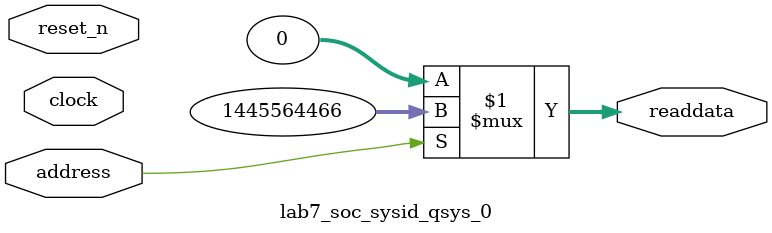
<source format=v>

`timescale 1ns / 1ps
// synthesis translate_on

// turn off superfluous verilog processor warnings 
// altera message_level Level1 
// altera message_off 10034 10035 10036 10037 10230 10240 10030 

module lab7_soc_sysid_qsys_0 (
               // inputs:
                address,
                clock,
                reset_n,

               // outputs:
                readdata
             )
;

  output  [ 31: 0] readdata;
  input            address;
  input            clock;
  input            reset_n;

  wire    [ 31: 0] readdata;
  //control_slave, which is an e_avalon_slave
  assign readdata = address ? 1445564466 : 0;

endmodule




</source>
